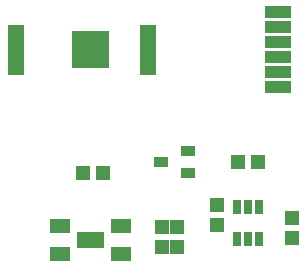
<source format=gbr>
G04 DipTrace 2.4.0.2*
%INTopMask.gbr*%
%MOIN*%
%ADD28R,0.0552X0.1655*%
%ADD30R,0.0316X0.0513*%
%ADD32R,0.0651X0.0474*%
%ADD34R,0.0493X0.0336*%
%ADD36R,0.0513X0.0474*%
%ADD38R,0.0867X0.0395*%
%ADD40R,0.0474X0.0513*%
%FSLAX44Y44*%
G04*
G70*
G90*
G75*
G01*
%LNTopMask*%
%LPD*%
D40*
X4335Y-3522D3*
Y-2853D3*
D38*
X3875Y4000D3*
Y3500D3*
Y3000D3*
Y2500D3*
Y2000D3*
Y1500D3*
D36*
X-2625Y-1375D3*
X-1956D3*
D34*
X875D3*
Y-627D3*
X-31Y-1001D3*
D40*
X1835Y-2415D3*
Y-3085D3*
D36*
X2540Y-1000D3*
X3210D3*
D40*
X500Y-3165D3*
Y-3835D3*
X0D3*
Y-3165D3*
D32*
X-1375Y-3125D3*
X-3403D3*
Y-4070D3*
X-1375D3*
D30*
X3250Y-2500D3*
X2876D3*
X2502D3*
Y-3563D3*
X2876D3*
X3250D3*
D28*
X-4875Y2750D3*
X-466D3*
G36*
X-3000Y3375D2*
X-1750D1*
Y2125D1*
X-3000D1*
Y3375D1*
G37*
G36*
X-2812Y-3312D2*
X-1938D1*
Y-3875D1*
X-2812D1*
Y-3312D1*
G37*
M02*

</source>
